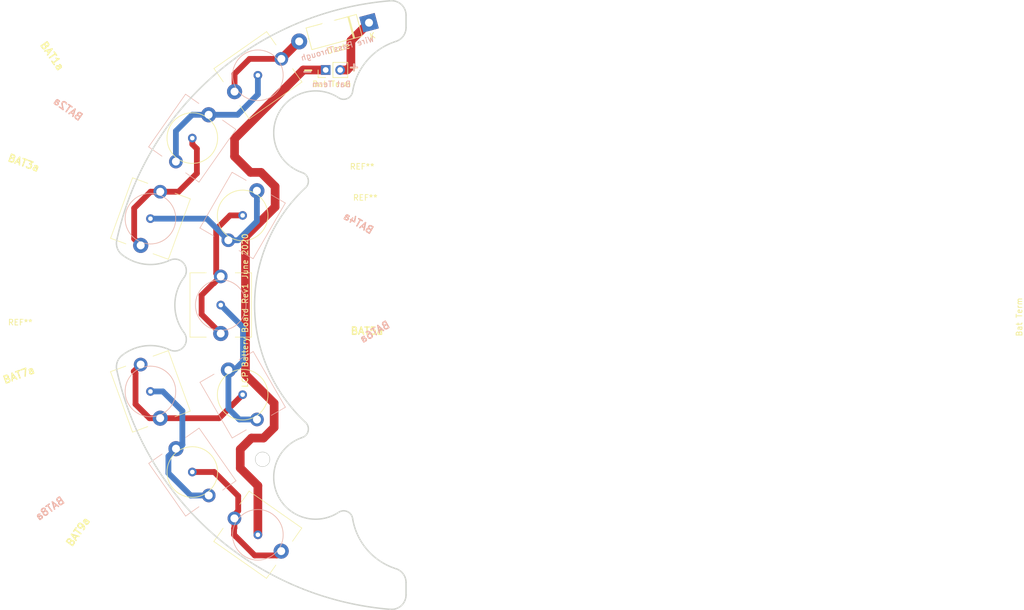
<source format=kicad_pcb>
(kicad_pcb (version 20171130) (host pcbnew "(5.1.5)-3")

  (general
    (thickness 1.6)
    (drawings 31)
    (tracks 95)
    (zones 0)
    (modules 17)
    (nets 1)
  )

  (page A4)
  (layers
    (0 F.Cu signal)
    (31 B.Cu signal)
    (32 B.Adhes user)
    (33 F.Adhes user)
    (34 B.Paste user)
    (35 F.Paste user)
    (36 B.SilkS user)
    (37 F.SilkS user)
    (38 B.Mask user)
    (39 F.Mask user)
    (40 Dwgs.User user)
    (41 Cmts.User user)
    (42 Eco1.User user)
    (43 Eco2.User user)
    (44 Edge.Cuts user)
    (45 Margin user)
    (46 B.CrtYd user)
    (47 F.CrtYd user)
    (48 B.Fab user)
    (49 F.Fab user hide)
  )

  (setup
    (last_trace_width 1.524)
    (user_trace_width 1.016)
    (user_trace_width 1.524)
    (trace_clearance 0.2)
    (zone_clearance 0.508)
    (zone_45_only no)
    (trace_min 0.2)
    (via_size 0.8)
    (via_drill 0.4)
    (via_min_size 0.4)
    (via_min_drill 0.3)
    (uvia_size 0.3)
    (uvia_drill 0.1)
    (uvias_allowed no)
    (uvia_min_size 0.2)
    (uvia_min_drill 0.1)
    (edge_width 0.05)
    (segment_width 0.2)
    (pcb_text_width 0.3)
    (pcb_text_size 1.5 1.5)
    (mod_edge_width 0.12)
    (mod_text_size 1 1)
    (mod_text_width 0.15)
    (pad_size 1.524 1.524)
    (pad_drill 0.8001)
    (pad_to_mask_clearance 0.051)
    (solder_mask_min_width 0.25)
    (aux_axis_origin 0 0)
    (visible_elements 7FFFFFFF)
    (pcbplotparams
      (layerselection 0x010fc_ffffffff)
      (usegerberextensions false)
      (usegerberattributes false)
      (usegerberadvancedattributes false)
      (creategerberjobfile false)
      (excludeedgelayer true)
      (linewidth 0.100000)
      (plotframeref false)
      (viasonmask false)
      (mode 1)
      (useauxorigin false)
      (hpglpennumber 1)
      (hpglpenspeed 20)
      (hpglpendiameter 15.000000)
      (psnegative false)
      (psa4output false)
      (plotreference true)
      (plotvalue true)
      (plotinvisibletext false)
      (padsonsilk false)
      (subtractmaskfromsilk false)
      (outputformat 1)
      (mirror false)
      (drillshape 0)
      (scaleselection 1)
      (outputdirectory "./"))
  )

  (net 0 "")

  (net_class Default "This is the default net class."
    (clearance 0.2)
    (trace_width 0.25)
    (via_dia 0.8)
    (via_drill 0.4)
    (uvia_dia 0.3)
    (uvia_drill 0.1)
  )

  (module "" (layer F.Cu) (tedit 0) (tstamp 0)
    (at 121.2342 50.3174)
    (fp_text reference "" (at 120.4722 41.09974) (layer F.SilkS)
      (effects (font (size 1.27 1.27) (thickness 0.15)))
    )
    (fp_text value "" (at 120.4722 41.09974) (layer F.SilkS)
      (effects (font (size 1.27 1.27) (thickness 0.15)))
    )
    (fp_text user "Bat Term" (at 120.15724 40.98544 90) (layer F.SilkS)
      (effects (font (size 1 1) (thickness 0.15)))
    )
  )

  (module MountingHole:MountingHole_4mm (layer F.Cu) (tedit 5EF50CF8) (tstamp 5EF51344)
    (at 120.4722 41.09974)
    (descr "Mounting Hole 4mm, no annular")
    (tags "mounting hole 4mm no annular")
    (attr virtual)
    (fp_text reference "Wire PassThrough" (at 1.17094 3.01498 15) (layer B.SilkS)
      (effects (font (size 1 1) (thickness 0.15)) (justify mirror))
    )
    (fp_text value MountingHole_4mm (at 0 5) (layer F.Fab)
      (effects (font (size 1 1) (thickness 0.15)))
    )
    (fp_circle (center 0 0) (end 2.54 0) (layer F.CrtYd) (width 0.05))
    (fp_circle (center 0 0) (end 2.54 0) (layer Cmts.User) (width 0.15))
    (fp_text user %R (at 0.3 0) (layer F.Fab)
      (effects (font (size 1 1) (thickness 0.15)))
    )
    (pad "" np_thru_hole circle (at 0 0) (size 4 4) (drill 4) (layers *.Cu *.Mask))
  )

  (module Connector_PinHeader_2.54mm:PinHeader_1x02_P2.54mm_Vertical (layer F.Cu) (tedit 59FED5CC) (tstamp 5EF5080B)
    (at 119.56542 47.91202 90)
    (descr "Through hole straight pin header, 1x02, 2.54mm pitch, single row")
    (tags "Through hole pin header THT 1x02 2.54mm single row")
    (fp_text reference "Bat Term" (at -2.45618 1.07442 180) (layer F.SilkS)
      (effects (font (size 1 1) (thickness 0.15)))
    )
    (fp_text value PinHeader_1x02_P2.54mm_Vertical (at 0 4.87 90) (layer F.Fab)
      (effects (font (size 1 1) (thickness 0.15)))
    )
    (fp_text user %R (at 3.47472 1.47828) (layer F.Fab)
      (effects (font (size 1 1) (thickness 0.15)))
    )
    (fp_line (start 1.8 -1.8) (end -1.8 -1.8) (layer F.CrtYd) (width 0.05))
    (fp_line (start 1.8 4.35) (end 1.8 -1.8) (layer F.CrtYd) (width 0.05))
    (fp_line (start -1.8 4.35) (end 1.8 4.35) (layer F.CrtYd) (width 0.05))
    (fp_line (start -1.8 -1.8) (end -1.8 4.35) (layer F.CrtYd) (width 0.05))
    (fp_line (start -1.33 -1.33) (end 0 -1.33) (layer F.SilkS) (width 0.12))
    (fp_line (start -1.33 0) (end -1.33 -1.33) (layer F.SilkS) (width 0.12))
    (fp_line (start -1.33 1.27) (end 1.33 1.27) (layer F.SilkS) (width 0.12))
    (fp_line (start 1.33 1.27) (end 1.33 3.87) (layer F.SilkS) (width 0.12))
    (fp_line (start -1.33 1.27) (end -1.33 3.87) (layer F.SilkS) (width 0.12))
    (fp_line (start -1.33 3.87) (end 1.33 3.87) (layer F.SilkS) (width 0.12))
    (fp_line (start -1.27 -0.635) (end -0.635 -1.27) (layer F.Fab) (width 0.1))
    (fp_line (start -1.27 3.81) (end -1.27 -0.635) (layer F.Fab) (width 0.1))
    (fp_line (start 1.27 3.81) (end -1.27 3.81) (layer F.Fab) (width 0.1))
    (fp_line (start 1.27 -1.27) (end 1.27 3.81) (layer F.Fab) (width 0.1))
    (fp_line (start -0.635 -1.27) (end 1.27 -1.27) (layer F.Fab) (width 0.1))
    (pad 2 thru_hole oval (at 0 2.54 90) (size 1.7 1.7) (drill 1) (layers *.Cu *.Mask))
    (pad 1 thru_hole rect (at 0 0 90) (size 1.7 1.7) (drill 1) (layers *.Cu *.Mask))
    (model ${KISYS3DMOD}/Connector_PinHeader_2.54mm.3dshapes/PinHeader_1x02_P2.54mm_Vertical.wrl
      (at (xyz 0 0 0))
      (scale (xyz 1 1 1))
      (rotate (xyz 0 0 0))
    )
  )

  (module Battery:Keystone5224-240 (layer F.Cu) (tedit 5EF0F02C) (tstamp 5EF15B37)
    (at 101.133186 89.199606)
    (descr 5224-2)
    (tags "Undefined or Miscellaneous")
    (fp_text reference BAT5a (at 25.691554 4.554334 -180) (layer F.SilkS)
      (effects (font (size 1.27 1.27) (thickness 0.254)))
    )
    (fp_text value Keystone5224-240 (at 25.541694 -0.406286 -180) (layer F.SilkS) hide
      (effects (font (size 1.27 1.27) (thickness 0.254)))
    )
    (fp_line (start 5.4 5.635) (end 2.54 5.635) (layer F.SilkS) (width 0.1))
    (fp_line (start 5.4 -5.665) (end 5.4 5.635) (layer F.SilkS) (width 0.1))
    (fp_line (start 2.54 -5.665) (end 5.4 -5.665) (layer F.SilkS) (width 0.1))
    (fp_line (start -5.4 5.635) (end -2.54 5.635) (layer F.SilkS) (width 0.1))
    (fp_line (start -5.4 -5.665) (end -5.4 5.635) (layer F.SilkS) (width 0.1))
    (fp_line (start -2.54 -5.665) (end -5.4 -5.665) (layer F.SilkS) (width 0.1))
    (fp_line (start -5.4 5.635) (end -5.4 -5.665) (layer F.Fab) (width 0.2))
    (fp_line (start 5.4 5.635) (end -5.4 5.635) (layer F.Fab) (width 0.2))
    (fp_line (start 5.4 -5.665) (end 5.4 5.635) (layer F.Fab) (width 0.2))
    (fp_line (start -5.4 -5.665) (end 5.4 -5.665) (layer F.Fab) (width 0.2))
    (fp_text user %R (at 0 0.049 -180) (layer F.Fab)
      (effects (font (size 1.27 1.27) (thickness 0.254)))
    )
    (fp_circle (center 0 0) (end 4.445 0) (layer B.SilkS) (width 0.12))
    (pad 2 thru_hole circle (at 0 -5.03) (size 2.4 2.4) (drill 1.397) (layers *.Cu *.Mask))
    (pad 1 thru_hole circle (at 0 5) (size 2.655001 2.655001) (drill 1.397) (layers *.Cu *.Mask))
    (pad 3 thru_hole circle (at 0 0) (size 1.524 1.524) (drill 0.8001) (layers *.Cu *.Mask))
    (model C:/Users/Alex/Downloads/LIB_GET/5224/3D/5224.stp
      (offset (xyz 0 -5.0038 0))
      (scale (xyz 1 1 1))
      (rotate (xyz 0 0 0))
    )
    (model C:/Users/Alex/Downloads/LIB_240/240/3D/240.stp
      (offset (xyz 0 0 -1.778))
      (scale (xyz 1 1 1))
      (rotate (xyz 0 180 0))
    )
  )

  (module Diode_THT:D_5W_P12.70mm_Horizontal (layer F.Cu) (tedit 5AE50CD5) (tstamp 5EF50FBB)
    (at 127.17526 39.60622 195)
    (descr "Diode, 5W series, Axial, Horizontal, pin pitch=12.7mm, , length*diameter=8.9*3.7mm^2, , http://www.diodes.com/_files/packages/8686949.gif")
    (tags "Diode 5W series Axial Horizontal pin pitch 12.7mm  length 8.9mm diameter 3.7mm")
    (fp_text reference Diode (at 6.35 -2.97 15) (layer F.SilkS)
      (effects (font (size 1 1) (thickness 0.15)))
    )
    (fp_text value D_5W_P12.70mm_Horizontal (at 6.35 2.97 15) (layer F.Fab)
      (effects (font (size 1 1) (thickness 0.15)))
    )
    (fp_text user K (at 0 -2.4 15) (layer F.SilkS)
      (effects (font (size 1 1) (thickness 0.15)))
    )
    (fp_text user K (at 0 -2.4 15) (layer F.Fab)
      (effects (font (size 1 1) (thickness 0.15)))
    )
    (fp_text user %R (at 7.0175 0 15) (layer F.Fab)
      (effects (font (size 1 1) (thickness 0.15)))
    )
    (fp_line (start 14.35 -2.1) (end -1.65 -2.1) (layer F.CrtYd) (width 0.05))
    (fp_line (start 14.35 2.1) (end 14.35 -2.1) (layer F.CrtYd) (width 0.05))
    (fp_line (start -1.65 2.1) (end 14.35 2.1) (layer F.CrtYd) (width 0.05))
    (fp_line (start -1.65 -2.1) (end -1.65 2.1) (layer F.CrtYd) (width 0.05))
    (fp_line (start 3.115 -1.97) (end 3.115 1.97) (layer F.SilkS) (width 0.12))
    (fp_line (start 3.355 -1.97) (end 3.355 1.97) (layer F.SilkS) (width 0.12))
    (fp_line (start 3.235 -1.97) (end 3.235 1.97) (layer F.SilkS) (width 0.12))
    (fp_line (start 11.06 0) (end 10.92 0) (layer F.SilkS) (width 0.12))
    (fp_line (start 1.64 0) (end 1.78 0) (layer F.SilkS) (width 0.12))
    (fp_line (start 10.92 -1.97) (end 1.78 -1.97) (layer F.SilkS) (width 0.12))
    (fp_line (start 10.92 1.97) (end 10.92 -1.97) (layer F.SilkS) (width 0.12))
    (fp_line (start 1.78 1.97) (end 10.92 1.97) (layer F.SilkS) (width 0.12))
    (fp_line (start 1.78 -1.97) (end 1.78 1.97) (layer F.SilkS) (width 0.12))
    (fp_line (start 3.135 -1.85) (end 3.135 1.85) (layer F.Fab) (width 0.1))
    (fp_line (start 3.335 -1.85) (end 3.335 1.85) (layer F.Fab) (width 0.1))
    (fp_line (start 3.235 -1.85) (end 3.235 1.85) (layer F.Fab) (width 0.1))
    (fp_line (start 12.7 0) (end 10.8 0) (layer F.Fab) (width 0.1))
    (fp_line (start 0 0) (end 1.9 0) (layer F.Fab) (width 0.1))
    (fp_line (start 10.8 -1.85) (end 1.9 -1.85) (layer F.Fab) (width 0.1))
    (fp_line (start 10.8 1.85) (end 10.8 -1.85) (layer F.Fab) (width 0.1))
    (fp_line (start 1.9 1.85) (end 10.8 1.85) (layer F.Fab) (width 0.1))
    (fp_line (start 1.9 -1.85) (end 1.9 1.85) (layer F.Fab) (width 0.1))
    (pad 2 thru_hole oval (at 12.7 0 195) (size 2.8 2.8) (drill 1.4) (layers *.Cu *.Mask))
    (pad 1 thru_hole rect (at 0 0 195) (size 2.8 2.8) (drill 1.4) (layers *.Cu *.Mask))
    (model ${KISYS3DMOD}/Diode_THT.3dshapes/D_5W_P12.70mm_Horizontal.wrl
      (at (xyz 0 0 0))
      (scale (xyz 1 1 1))
      (rotate (xyz 0 0 0))
    )
  )

  (module MountingHole:MountingHole_47.5mil (layer F.Cu) (tedit 5EE26751) (tstamp 5EF4DD95)
    (at 108.475953 116.291803)
    (descr "Mounting Hole 4.3mm, no annular, M4")
    (tags "mounting hole 4.3mm no annular m4")
    (attr virtual)
    (fp_text reference REF** (at -30.279513 20.936777) (layer F.SilkS) hide
      (effects (font (size 1 1) (thickness 0.15)))
    )
    (fp_text value MountingHole_47.5mil (at 0 3.5) (layer F.Fab)
      (effects (font (size 1 1) (thickness 0.15)))
    )
    (fp_text user %R (at 0.3 0) (layer F.Fab)
      (effects (font (size 1 1) (thickness 0.15)))
    )
    (fp_circle (center 0 0) (end 2.54 0) (layer Cmts.User) (width 0.15))
    (fp_circle (center 0 0) (end 2.54 0) (layer F.CrtYd) (width 0.05))
    (pad "" np_thru_hole circle (at 0 0) (size 2.413 2.413) (drill 2.413) (layers *.Cu *.Mask))
  )

  (module MountingHole:MountingHole_47.5mil (layer F.Cu) (tedit 5EE26751) (tstamp 5EF4DD95)
    (at 97.096838 98.527587)
    (descr "Mounting Hole 4.3mm, no annular, M4")
    (tags "mounting hole 4.3mm no annular m4")
    (attr virtual)
    (fp_text reference REF** (at -31.171138 -6.277327) (layer F.SilkS)
      (effects (font (size 1 1) (thickness 0.15)))
    )
    (fp_text value MountingHole_47.5mil (at 0 3.5) (layer F.Fab)
      (effects (font (size 1 1) (thickness 0.15)))
    )
    (fp_text user %R (at 0.3 0) (layer F.Fab)
      (effects (font (size 1 1) (thickness 0.15)))
    )
    (fp_circle (center 0 0) (end 2.54 0) (layer Cmts.User) (width 0.15))
    (fp_circle (center 0 0) (end 2.54 0) (layer F.CrtYd) (width 0.05))
    (pad "" np_thru_hole circle (at 0 0) (size 2.413 2.413) (drill 2.413) (layers *.Cu *.Mask))
  )

  (module MountingHole:MountingHole_47.5mil (layer F.Cu) (tedit 5EE26751) (tstamp 5EF4DD95)
    (at 97.096838 79.871625)
    (descr "Mounting Hole 4.3mm, no annular, M4")
    (tags "mounting hole 4.3mm no annular m4")
    (attr virtual)
    (fp_text reference REF** (at 29.428182 -9.523785) (layer F.SilkS)
      (effects (font (size 1 1) (thickness 0.15)))
    )
    (fp_text value MountingHole_47.5mil (at 0 3.5) (layer F.Fab)
      (effects (font (size 1 1) (thickness 0.15)))
    )
    (fp_text user %R (at 0.3 0) (layer F.Fab)
      (effects (font (size 1 1) (thickness 0.15)))
    )
    (fp_circle (center 0 0) (end 2.54 0) (layer Cmts.User) (width 0.15))
    (fp_circle (center 0 0) (end 2.54 0) (layer F.CrtYd) (width 0.05))
    (pad "" np_thru_hole circle (at 0 0) (size 2.413 2.413) (drill 2.413) (layers *.Cu *.Mask))
  )

  (module MountingHole:MountingHole_47.5mil (layer F.Cu) (tedit 5EE26751) (tstamp 5EF4DCF3)
    (at 108.475953 62.107409)
    (descr "Mounting Hole 4.3mm, no annular, M4")
    (tags "mounting hole 4.3mm no annular m4")
    (attr virtual)
    (fp_text reference REF** (at 17.495347 2.776891) (layer F.SilkS)
      (effects (font (size 1 1) (thickness 0.15)))
    )
    (fp_text value MountingHole_47.5mil (at 0 3.5) (layer F.Fab)
      (effects (font (size 1 1) (thickness 0.15)))
    )
    (fp_circle (center 0 0) (end 2.54 0) (layer F.CrtYd) (width 0.05))
    (fp_circle (center 0 0) (end 2.54 0) (layer Cmts.User) (width 0.15))
    (fp_text user %R (at 0.3 0) (layer F.Fab)
      (effects (font (size 1 1) (thickness 0.15)))
    )
    (pad "" np_thru_hole circle (at 0 0) (size 2.413 2.413) (drill 2.413) (layers *.Cu *.Mask))
  )

  (module Battery:Keystone5224-240 (layer F.Cu) (tedit 5EF50EC9) (tstamp 5EF5153F)
    (at 107.654426 129.553147 55)
    (descr 5224-2)
    (tags "Undefined or Miscellaneous")
    (fp_text reference BAT9a (at -17.67477 -26.168493 -125) (layer F.SilkS)
      (effects (font (size 1.27 1.27) (thickness 0.254)))
    )
    (fp_text value Keystone5224-240 (at -19.261236 0.536097 -125) (layer F.SilkS) hide
      (effects (font (size 1.27 1.27) (thickness 0.254)))
    )
    (fp_line (start 5.4 5.635) (end 2.54 5.635) (layer F.SilkS) (width 0.1))
    (fp_line (start 5.4 -5.665) (end 5.4 5.635) (layer F.SilkS) (width 0.1))
    (fp_line (start 2.54 -5.665) (end 5.4 -5.665) (layer F.SilkS) (width 0.1))
    (fp_line (start -5.4 5.635) (end -2.54 5.635) (layer F.SilkS) (width 0.1))
    (fp_line (start -5.4 -5.665) (end -5.4 5.635) (layer F.SilkS) (width 0.1))
    (fp_line (start -2.54 -5.665) (end -5.4 -5.665) (layer F.SilkS) (width 0.1))
    (fp_line (start -5.4 5.635) (end -5.4 -5.665) (layer F.Fab) (width 0.2))
    (fp_line (start 5.4 5.635) (end -5.4 5.635) (layer F.Fab) (width 0.2))
    (fp_line (start 5.4 -5.665) (end 5.4 5.635) (layer F.Fab) (width 0.2))
    (fp_line (start -5.4 -5.665) (end 5.4 -5.665) (layer F.Fab) (width 0.2))
    (fp_text user %R (at 0 0.049 -125) (layer F.Fab)
      (effects (font (size 1.27 1.27) (thickness 0.254)))
    )
    (fp_circle (center 0 0) (end 4.445 0) (layer B.SilkS) (width 0.12))
    (pad 2 thru_hole circle (at 0 -5.03 55) (size 2.4 2.4) (drill 1.397) (layers *.Cu *.Mask))
    (pad 1 thru_hole circle (at 0 5 55) (size 2.655001 2.655001) (drill 1.397) (layers *.Cu *.Mask))
    (pad 3 thru_hole circle (at 0 0 55) (size 1.524 1.524) (drill 0.8001) (layers *.Cu *.Mask))
    (model C:/Users/Alex/Downloads/LIB_GET/5224/3D/5224.stp
      (offset (xyz 0 -5.0038 0))
      (scale (xyz 1 1 1))
      (rotate (xyz 0 0 0))
    )
    (model C:/Users/Alex/Downloads/LIB_240/240/3D/240.stp
      (offset (xyz 0 0 -1.778))
      (scale (xyz 1 1 1))
      (rotate (xyz 0 180 0))
    )
  )

  (module Battery:Keystone5224-240 (layer B.Cu) (tedit 5EF0F02C) (tstamp 5EF15B37)
    (at 96.139 118.52402 35)
    (descr 5224-2)
    (tags "Undefined or Miscellaneous")
    (fp_text reference BAT8a (at -24.168627 -9.102919 35) (layer B.SilkS)
      (effects (font (size 1.27 1.27) (thickness 0.254)) (justify mirror))
    )
    (fp_text value Keystone5224-240 (at -21.105683 0.334782 35) (layer B.SilkS) hide
      (effects (font (size 1.27 1.27) (thickness 0.254)) (justify mirror))
    )
    (fp_line (start 5.4 -5.635) (end 2.54 -5.635) (layer B.SilkS) (width 0.1))
    (fp_line (start 5.4 5.665) (end 5.4 -5.635) (layer B.SilkS) (width 0.1))
    (fp_line (start 2.54 5.665) (end 5.4 5.665) (layer B.SilkS) (width 0.1))
    (fp_line (start -5.4 -5.635) (end -2.54 -5.635) (layer B.SilkS) (width 0.1))
    (fp_line (start -5.4 5.665) (end -5.4 -5.635) (layer B.SilkS) (width 0.1))
    (fp_line (start -2.54 5.665) (end -5.4 5.665) (layer B.SilkS) (width 0.1))
    (fp_line (start -5.4 -5.635) (end -5.4 5.665) (layer B.Fab) (width 0.2))
    (fp_line (start 5.4 -5.635) (end -5.4 -5.635) (layer B.Fab) (width 0.2))
    (fp_line (start 5.4 5.665) (end 5.4 -5.635) (layer B.Fab) (width 0.2))
    (fp_line (start -5.4 5.665) (end 5.4 5.665) (layer B.Fab) (width 0.2))
    (fp_text user %R (at -26.403107 -5.650477 35) (layer B.Fab)
      (effects (font (size 1.27 1.27) (thickness 0.254)) (justify mirror))
    )
    (fp_circle (center 0 0) (end 4.445 0) (layer F.SilkS) (width 0.12))
    (pad 2 thru_hole circle (at 0 5.03 35) (size 2.4 2.4) (drill 1.397) (layers *.Cu *.Mask))
    (pad 1 thru_hole circle (at 0 -5 35) (size 2.655001 2.655001) (drill 1.397) (layers *.Cu *.Mask))
    (pad 3 thru_hole circle (at 0 0 35) (size 1.524 1.524) (drill 0.8001) (layers *.Cu *.Mask))
    (model C:/Users/Alex/Downloads/LIB_GET/5224/3D/5224.stp
      (offset (xyz 0 -5.0038 0))
      (scale (xyz 1 1 1))
      (rotate (xyz 0 0 0))
    )
    (model C:/Users/Alex/Downloads/LIB_240/240/3D/240.stp
      (offset (xyz 0 0 -1.778))
      (scale (xyz 1 1 1))
      (rotate (xyz 0 180 0))
    )
  )

  (module Battery:Keystone5224-240 (layer F.Cu) (tedit 5EF0F02C) (tstamp 5EF15B37)
    (at 88.784459 104.376321 20)
    (descr 5224-2)
    (tags "Undefined or Miscellaneous")
    (fp_text reference BAT7a (at -20.721121 -10.631521 -160) (layer F.SilkS)
      (effects (font (size 1.27 1.27) (thickness 0.254)))
    )
    (fp_text value Keystone5224-240 (at -19.344326 3.000822 -160) (layer F.SilkS) hide
      (effects (font (size 1.27 1.27) (thickness 0.254)))
    )
    (fp_line (start 5.4 5.635) (end 2.54 5.635) (layer F.SilkS) (width 0.1))
    (fp_line (start 5.4 -5.665) (end 5.4 5.635) (layer F.SilkS) (width 0.1))
    (fp_line (start 2.54 -5.665) (end 5.4 -5.665) (layer F.SilkS) (width 0.1))
    (fp_line (start -5.4 5.635) (end -2.54 5.635) (layer F.SilkS) (width 0.1))
    (fp_line (start -5.4 -5.665) (end -5.4 5.635) (layer F.SilkS) (width 0.1))
    (fp_line (start -2.54 -5.665) (end -5.4 -5.665) (layer F.SilkS) (width 0.1))
    (fp_line (start -5.4 5.635) (end -5.4 -5.665) (layer F.Fab) (width 0.2))
    (fp_line (start 5.4 5.635) (end -5.4 5.635) (layer F.Fab) (width 0.2))
    (fp_line (start 5.4 -5.665) (end 5.4 5.635) (layer F.Fab) (width 0.2))
    (fp_line (start -5.4 -5.665) (end 5.4 -5.665) (layer F.Fab) (width 0.2))
    (fp_text user %R (at 0 0.049 -160) (layer F.Fab)
      (effects (font (size 1.27 1.27) (thickness 0.254)))
    )
    (fp_circle (center 0 0) (end 4.445 0) (layer B.SilkS) (width 0.12))
    (pad 2 thru_hole circle (at 0 -5.03 20) (size 2.4 2.4) (drill 1.397) (layers *.Cu *.Mask))
    (pad 1 thru_hole circle (at 0 5 20) (size 2.655001 2.655001) (drill 1.397) (layers *.Cu *.Mask))
    (pad 3 thru_hole circle (at 0 0 20) (size 1.524 1.524) (drill 0.8001) (layers *.Cu *.Mask))
    (model C:/Users/Alex/Downloads/LIB_GET/5224/3D/5224.stp
      (offset (xyz 0 -5.0038 0))
      (scale (xyz 1 1 1))
      (rotate (xyz 0 0 0))
    )
    (model C:/Users/Alex/Downloads/LIB_240/240/3D/240.stp
      (offset (xyz 0 0 -1.778))
      (scale (xyz 1 1 1))
      (rotate (xyz 0 180 0))
    )
  )

  (module Battery:Keystone5224-240 (layer B.Cu) (tedit 5EF0F02C) (tstamp 5EF15B37)
    (at 104.980637 104.94234 30)
    (descr 5224-2)
    (tags "Undefined or Miscellaneous")
    (fp_text reference BAT6a (at 25.607991 2.041505 30) (layer B.SilkS)
      (effects (font (size 1.27 1.27) (thickness 0.254)) (justify mirror))
    )
    (fp_text value Keystone5224-240 (at 24.895773 1.166902 30) (layer B.SilkS) hide
      (effects (font (size 1.27 1.27) (thickness 0.254)) (justify mirror))
    )
    (fp_line (start 5.4 -5.635) (end 2.54 -5.635) (layer B.SilkS) (width 0.1))
    (fp_line (start 5.4 5.665) (end 5.4 -5.635) (layer B.SilkS) (width 0.1))
    (fp_line (start 2.54 5.665) (end 5.4 5.665) (layer B.SilkS) (width 0.1))
    (fp_line (start -5.4 -5.635) (end -2.54 -5.635) (layer B.SilkS) (width 0.1))
    (fp_line (start -5.4 5.665) (end -5.4 -5.635) (layer B.SilkS) (width 0.1))
    (fp_line (start -2.54 5.665) (end -5.4 5.665) (layer B.SilkS) (width 0.1))
    (fp_line (start -5.4 -5.635) (end -5.4 5.665) (layer B.Fab) (width 0.2))
    (fp_line (start 5.4 -5.635) (end -5.4 -5.635) (layer B.Fab) (width 0.2))
    (fp_line (start 5.4 5.665) (end 5.4 -5.635) (layer B.Fab) (width 0.2))
    (fp_line (start -5.4 5.665) (end 5.4 5.665) (layer B.Fab) (width 0.2))
    (fp_text user %R (at 23.192905 7.184677 30) (layer B.Fab)
      (effects (font (size 1.27 1.27) (thickness 0.254)) (justify mirror))
    )
    (fp_circle (center 0 0) (end 4.445 0) (layer F.SilkS) (width 0.12))
    (pad 2 thru_hole circle (at 0 5.03 30) (size 2.4 2.4) (drill 1.397) (layers *.Cu *.Mask))
    (pad 1 thru_hole circle (at 0 -5 30) (size 2.655001 2.655001) (drill 1.397) (layers *.Cu *.Mask))
    (pad 3 thru_hole circle (at 0 0 30) (size 1.524 1.524) (drill 0.8001) (layers *.Cu *.Mask))
    (model C:/Users/Alex/Downloads/LIB_GET/5224/3D/5224.stp
      (offset (xyz 0 -5.0038 0))
      (scale (xyz 1 1 1))
      (rotate (xyz 0 0 0))
    )
    (model C:/Users/Alex/Downloads/LIB_240/240/3D/240.stp
      (offset (xyz 0 0 -1.778))
      (scale (xyz 1 1 1))
      (rotate (xyz 0 180 0))
    )
  )

  (module Battery:Keystone5224-240 (layer B.Cu) (tedit 5EF0F02C) (tstamp 5EF15B37)
    (at 104.980637 73.456872 330)
    (descr 5224-2)
    (tags "Undefined or Miscellaneous")
    (fp_text reference BAT4a (at 18.290927 -9.000031 150) (layer B.SilkS)
      (effects (font (size 1.27 1.27) (thickness 0.254)) (justify mirror))
    )
    (fp_text value Keystone5224-240 (at 21.091403 -1.645025 150) (layer B.SilkS) hide
      (effects (font (size 1.27 1.27) (thickness 0.254)) (justify mirror))
    )
    (fp_line (start 5.4 -5.635) (end 2.54 -5.635) (layer B.SilkS) (width 0.1))
    (fp_line (start 5.4 5.665) (end 5.4 -5.635) (layer B.SilkS) (width 0.1))
    (fp_line (start 2.54 5.665) (end 5.4 5.665) (layer B.SilkS) (width 0.1))
    (fp_line (start -5.4 -5.635) (end -2.54 -5.635) (layer B.SilkS) (width 0.1))
    (fp_line (start -5.4 5.665) (end -5.4 -5.635) (layer B.SilkS) (width 0.1))
    (fp_line (start -2.54 5.665) (end -5.4 5.665) (layer B.SilkS) (width 0.1))
    (fp_line (start -5.4 -5.635) (end -5.4 5.665) (layer B.Fab) (width 0.2))
    (fp_line (start 5.4 -5.635) (end -5.4 -5.635) (layer B.Fab) (width 0.2))
    (fp_line (start 5.4 5.665) (end 5.4 -5.635) (layer B.Fab) (width 0.2))
    (fp_line (start -5.4 5.665) (end 5.4 5.665) (layer B.Fab) (width 0.2))
    (fp_text user %R (at 18.799383 -8.01776 150) (layer B.Fab)
      (effects (font (size 1.27 1.27) (thickness 0.254)) (justify mirror))
    )
    (fp_circle (center 0 0) (end 4.445 0) (layer F.SilkS) (width 0.12))
    (pad 2 thru_hole circle (at 0 5.03 330) (size 2.4 2.4) (drill 1.397) (layers *.Cu *.Mask))
    (pad 1 thru_hole circle (at 0 -5 330) (size 2.655001 2.655001) (drill 1.397) (layers *.Cu *.Mask))
    (pad 3 thru_hole circle (at 0 0 330) (size 1.524 1.524) (drill 0.8001) (layers *.Cu *.Mask))
    (model C:/Users/Alex/Downloads/LIB_GET/5224/3D/5224.stp
      (offset (xyz 0 -5.0038 0))
      (scale (xyz 1 1 1))
      (rotate (xyz 0 0 0))
    )
    (model C:/Users/Alex/Downloads/LIB_240/240/3D/240.stp
      (offset (xyz 0 0 -1.778))
      (scale (xyz 1 1 1))
      (rotate (xyz 0 180 0))
    )
  )

  (module Battery:Keystone5224-240 (layer F.Cu) (tedit 5EF0F02C) (tstamp 5EF15B37)
    (at 88.784459 74.022891 340)
    (descr 5224-2)
    (tags "Undefined or Miscellaneous")
    (fp_text reference BAT3a (at -24.252961 -1.5897 340) (layer F.SilkS)
      (effects (font (size 1.27 1.27) (thickness 0.254)))
    )
    (fp_text value Keystone5224-240 (at -28.168861 -6.778699 340) (layer F.SilkS) hide
      (effects (font (size 1.27 1.27) (thickness 0.254)))
    )
    (fp_line (start 5.4 5.635) (end 2.54 5.635) (layer F.SilkS) (width 0.1))
    (fp_line (start 5.4 -5.665) (end 5.4 5.635) (layer F.SilkS) (width 0.1))
    (fp_line (start 2.54 -5.665) (end 5.4 -5.665) (layer F.SilkS) (width 0.1))
    (fp_line (start -5.4 5.635) (end -2.54 5.635) (layer F.SilkS) (width 0.1))
    (fp_line (start -5.4 -5.665) (end -5.4 5.635) (layer F.SilkS) (width 0.1))
    (fp_line (start -2.54 -5.665) (end -5.4 -5.665) (layer F.SilkS) (width 0.1))
    (fp_line (start -5.4 5.635) (end -5.4 -5.665) (layer F.Fab) (width 0.2))
    (fp_line (start 5.4 5.635) (end -5.4 5.635) (layer F.Fab) (width 0.2))
    (fp_line (start 5.4 -5.665) (end 5.4 5.635) (layer F.Fab) (width 0.2))
    (fp_line (start -5.4 -5.665) (end 5.4 -5.665) (layer F.Fab) (width 0.2))
    (fp_text user %R (at 0 0.049 340) (layer F.Fab)
      (effects (font (size 1.27 1.27) (thickness 0.254)))
    )
    (fp_circle (center 0 0) (end 4.445 0) (layer B.SilkS) (width 0.12))
    (pad 2 thru_hole circle (at 0 -5.03 340) (size 2.4 2.4) (drill 1.397) (layers *.Cu *.Mask))
    (pad 1 thru_hole circle (at 0 5 340) (size 2.655001 2.655001) (drill 1.397) (layers *.Cu *.Mask))
    (pad 3 thru_hole circle (at 0 0 340) (size 1.524 1.524) (drill 0.8001) (layers *.Cu *.Mask))
    (model C:/Users/Alex/Downloads/LIB_GET/5224/3D/5224.stp
      (offset (xyz 0 -5.0038 0))
      (scale (xyz 1 1 1))
      (rotate (xyz 0 0 0))
    )
    (model C:/Users/Alex/Downloads/LIB_240/240/3D/240.stp
      (offset (xyz 0 0 -1.778))
      (scale (xyz 1 1 1))
      (rotate (xyz 0 180 0))
    )
  )

  (module Battery:Keystone5224-240 (layer B.Cu) (tedit 5EF0F02C) (tstamp 5EF15B37)
    (at 96.139 59.875192 325)
    (descr 5224-2)
    (tags "Undefined or Miscellaneous")
    (fp_text reference BAT2a (at -20.817188 8.331685 145) (layer B.SilkS)
      (effects (font (size 1.27 1.27) (thickness 0.254)) (justify mirror))
    )
    (fp_text value Keystone5224-240 (at -28.00651 0.947128 145) (layer B.SilkS) hide
      (effects (font (size 1.27 1.27) (thickness 0.254)) (justify mirror))
    )
    (fp_line (start 5.4 -5.635) (end 2.54 -5.635) (layer B.SilkS) (width 0.1))
    (fp_line (start 5.4 5.665) (end 5.4 -5.635) (layer B.SilkS) (width 0.1))
    (fp_line (start 2.54 5.665) (end 5.4 5.665) (layer B.SilkS) (width 0.1))
    (fp_line (start -5.4 -5.635) (end -2.54 -5.635) (layer B.SilkS) (width 0.1))
    (fp_line (start -5.4 5.665) (end -5.4 -5.635) (layer B.SilkS) (width 0.1))
    (fp_line (start -2.54 5.665) (end -5.4 5.665) (layer B.SilkS) (width 0.1))
    (fp_line (start -5.4 -5.635) (end -5.4 5.665) (layer B.Fab) (width 0.2))
    (fp_line (start 5.4 -5.635) (end -5.4 -5.635) (layer B.Fab) (width 0.2))
    (fp_line (start 5.4 5.665) (end 5.4 -5.635) (layer B.Fab) (width 0.2))
    (fp_line (start -5.4 5.665) (end 5.4 5.665) (layer B.Fab) (width 0.2))
    (fp_text user %R (at -22.54589 11.805695 145) (layer B.Fab)
      (effects (font (size 1.27 1.27) (thickness 0.254)) (justify mirror))
    )
    (fp_circle (center 0 0) (end 4.445 0) (layer F.SilkS) (width 0.12))
    (pad 2 thru_hole circle (at 0 5.03 325) (size 2.4 2.4) (drill 1.397) (layers *.Cu *.Mask))
    (pad 1 thru_hole circle (at 0 -5 325) (size 2.655001 2.655001) (drill 1.397) (layers *.Cu *.Mask))
    (pad 3 thru_hole circle (at 0 0 325) (size 1.524 1.524) (drill 0.8001) (layers *.Cu *.Mask))
    (model C:/Users/Alex/Downloads/LIB_GET/5224/3D/5224.stp
      (offset (xyz 0 -5.0038 0))
      (scale (xyz 1 1 1))
      (rotate (xyz 0 0 0))
    )
    (model C:/Users/Alex/Downloads/LIB_240/240/3D/240.stp
      (offset (xyz 0 0 -1.778))
      (scale (xyz 1 1 1))
      (rotate (xyz 0 180 0))
    )
  )

  (module Battery:Keystone5224-240 (layer F.Cu) (tedit 5EF0F02C) (tstamp 5EF15AA7)
    (at 107.654426 48.846065 305)
    (descr 5224-2)
    (tags "Undefined or Miscellaneous")
    (fp_text reference BAT1a (at -23.50845 27.649584 305) (layer F.SilkS)
      (effects (font (size 1.27 1.27) (thickness 0.254)))
    )
    (fp_text value Keystone5224-240 (at -16.909714 7.110441 305) (layer F.SilkS) hide
      (effects (font (size 1.27 1.27) (thickness 0.254)))
    )
    (fp_circle (center 0 0) (end 4.445 0) (layer B.SilkS) (width 0.12))
    (fp_text user %R (at 0 0.049 305) (layer F.Fab)
      (effects (font (size 1.27 1.27) (thickness 0.254)))
    )
    (fp_line (start -5.4 -5.665) (end 5.4 -5.665) (layer F.Fab) (width 0.2))
    (fp_line (start 5.4 -5.665) (end 5.4 5.635) (layer F.Fab) (width 0.2))
    (fp_line (start 5.4 5.635) (end -5.4 5.635) (layer F.Fab) (width 0.2))
    (fp_line (start -5.4 5.635) (end -5.4 -5.665) (layer F.Fab) (width 0.2))
    (fp_line (start -2.54 -5.665) (end -5.4 -5.665) (layer F.SilkS) (width 0.1))
    (fp_line (start -5.4 -5.665) (end -5.4 5.635) (layer F.SilkS) (width 0.1))
    (fp_line (start -5.4 5.635) (end -2.54 5.635) (layer F.SilkS) (width 0.1))
    (fp_line (start 2.54 -5.665) (end 5.4 -5.665) (layer F.SilkS) (width 0.1))
    (fp_line (start 5.4 -5.665) (end 5.4 5.635) (layer F.SilkS) (width 0.1))
    (fp_line (start 5.4 5.635) (end 2.54 5.635) (layer F.SilkS) (width 0.1))
    (pad 3 thru_hole circle (at 0 0 305) (size 1.524 1.524) (drill 0.8001) (layers *.Cu *.Mask))
    (pad 1 thru_hole circle (at 0 5 305) (size 2.655001 2.655001) (drill 1.397) (layers *.Cu *.Mask))
    (pad 2 thru_hole circle (at 0 -5.03 305) (size 2.4 2.4) (drill 1.397) (layers *.Cu *.Mask))
    (model C:/Users/Alex/Downloads/LIB_GET/5224/3D/5224.stp
      (offset (xyz 0 -5.0038 0))
      (scale (xyz 1 1 1))
      (rotate (xyz 0 0 0))
    )
    (model C:/Users/Alex/Downloads/LIB_240/240/3D/240.stp
      (offset (xyz 0 0 -1.778))
      (scale (xyz 1 1 1))
      (rotate (xyz 0 180 0))
    )
  )

  (gr_text "Bat Term" (at 120.55856 50.4063) (layer B.SilkS)
    (effects (font (size 1 1) (thickness 0.15)) (justify mirror))
  )
  (gr_text - (at 116.34724 48.133) (layer B.SilkS) (tstamp 5EF515D0)
    (effects (font (size 1.5 1.5) (thickness 0.3)))
  )
  (gr_text + (at 124.53366 47.33798) (layer B.SilkS) (tstamp 5EF515CA)
    (effects (font (size 1.5 1.5) (thickness 0.3)))
  )
  (gr_text "LCP Battery Board Rev1 June 2020" (at 105.41254 90.16492 90) (layer F.SilkS)
    (effects (font (size 1 1) (thickness 0.15)))
  )
  (gr_text - (at 116.48948 47.8663) (layer F.SilkS)
    (effects (font (size 1.5 1.5) (thickness 0.3)))
  )
  (gr_text + (at 124.52858 47.3964) (layer F.SilkS)
    (effects (font (size 1.5 1.5) (thickness 0.3)))
  )
  (gr_arc (start 135.264436 89.199606) (end 130.931691 35.755358) (angle -73.09671633) (layer Edge.Cuts) (width 0.254))
  (gr_arc (start 93.065001 95.247031) (end 92.206236 97.078556) (angle -151.9739674) (layer Edge.Cuts) (width 0.254))
  (gr_arc (start 135.264436 53.480856) (end 131.904843 42.888369) (angle -63.31259973) (layer Edge.Cuts) (width 0.254))
  (gr_arc (start 135.264436 89.199606) (end 116.023275 68.597548) (angle -93.91250265) (layer Edge.Cuts) (width 0.254))
  (gr_circle (center 108.475953 116.291803) (end 109.682453 116.291803) (layer Edge.Cuts) (width 0.254))
  (gr_arc (start 122.723933 126.924788) (end 124.291496 126.673984) (angle -114.3) (layer Edge.Cuts) (width 0.254))
  (gr_arc (start 93.065001 83.152181) (end 94.683647 84.36542) (angle -151.9739674) (layer Edge.Cuts) (width 0.254))
  (gr_arc (start 101.133186 89.199606) (end 94.683647 84.36542) (angle -73.70603612) (layer Edge.Cuts) (width 0.254))
  (gr_arc (start 88.784459 74.022891) (end 83.77168 80.334625) (angle -63.5775508) (layer Edge.Cuts) (width 0.254))
  (gr_arc (start 114.939717 67.437351) (end 116.023275 68.597548) (angle -118.3129136) (layer Edge.Cuts) (width 0.254))
  (gr_arc (start 85.351361 78.345603) (end 82.869368 77.805873) (angle -63.8118281) (layer Edge.Cuts) (width 0.254))
  (gr_arc (start 131.136937 40.467229) (end 131.904843 42.888369) (angle -72.40266339) (layer Edge.Cuts) (width 0.254))
  (gr_arc (start 114.939717 110.961861) (end 115.447202 112.46606) (angle -118.3129136) (layer Edge.Cuts) (width 0.254))
  (gr_arc (start 117.801936 58.953669) (end 121.851239 52.800531) (angle -194.7050695) (layer Edge.Cuts) (width 0.254) (tstamp 5EF515E4))
  (gr_arc (start 122.723933 51.474424) (end 121.851239 52.800531) (angle -114.2583435) (layer Edge.Cuts) (width 0.254))
  (gr_arc (start 117.801936 119.445543) (end 115.447202 112.46606) (angle -194.7050695) (layer Edge.Cuts) (width 0.254))
  (gr_line (start 133.676936 40.467229) (end 133.676936 38.287052) (layer Edge.Cuts) (width 0.254))
  (gr_arc (start 131.136937 38.287052) (end 133.676937 38.287052) (angle -94.63485415) (layer Edge.Cuts) (width 0.254))
  (gr_arc (start 135.264436 124.918356) (end 124.291496 126.673984) (angle -63.31259973) (layer Edge.Cuts) (width 0.254))
  (gr_arc (start 131.136937 137.931983) (end 133.676936 137.931983) (angle -72.40266339) (layer Edge.Cuts) (width 0.254))
  (gr_line (start 133.676936 140.11216) (end 133.676936 137.931983) (layer Edge.Cuts) (width 0.254))
  (gr_arc (start 131.136937 140.11216) (end 130.931691 142.643854) (angle -94.63485415) (layer Edge.Cuts) (width 0.254))
  (gr_arc (start 135.264436 89.199606) (end 82.869368 100.593339) (angle -73.09671633) (layer Edge.Cuts) (width 0.254))
  (gr_arc (start 85.351361 100.053609) (end 83.77168 98.064587) (angle -63.8118281) (layer Edge.Cuts) (width 0.254))
  (gr_arc (start 88.784459 104.376321) (end 92.206236 97.078556) (angle -63.5775508) (layer Edge.Cuts) (width 0.254))

  (segment (start 114.842515 42.893222) (end 111.774761 45.960976) (width 1.524) (layer F.Cu) (net 0))
  (segment (start 114.908002 42.893222) (end 114.842515 42.893222) (width 1.016) (layer F.Cu) (net 0))
  (segment (start 106.195184 45.960976) (end 111.774761 45.960976) (width 1.016) (layer F.Cu) (net 0))
  (segment (start 103.558666 51.713947) (end 103.558666 48.597494) (width 1.016) (layer F.Cu) (net 0))
  (segment (start 103.558666 48.597494) (end 106.195184 45.960976) (width 1.016) (layer F.Cu) (net 0))
  (segment (start 107.654426 48.846065) (end 107.654426 52.210634) (width 1.016) (layer B.Cu) (net 0))
  (segment (start 104.085628 55.779432) (end 99.006882 55.779432) (width 1.016) (layer B.Cu) (net 0))
  (segment (start 107.654426 52.210634) (end 104.085628 55.779432) (width 1.016) (layer B.Cu) (net 0))
  (segment (start 93.253911 58.638089) (end 93.253911 63.995527) (width 1.016) (layer B.Cu) (net 0))
  (segment (start 99.006882 55.779432) (end 96.112568 55.779432) (width 1.016) (layer B.Cu) (net 0))
  (segment (start 96.112568 55.779432) (end 93.253911 58.638089) (width 1.016) (layer B.Cu) (net 0))
  (segment (start 96.139 60.952822) (end 96.9391 61.752922) (width 1.016) (layer F.Cu) (net 0))
  (segment (start 96.139 59.875192) (end 96.139 60.952822) (width 1.016) (layer F.Cu) (net 0))
  (segment (start 96.9391 61.752922) (end 96.9391 66.07556) (width 1.016) (layer F.Cu) (net 0))
  (segment (start 93.718423 69.296237) (end 90.50482 69.296237) (width 1.016) (layer F.Cu) (net 0))
  (segment (start 96.9391 66.07556) (end 93.718423 69.296237) (width 1.016) (layer F.Cu) (net 0))
  (segment (start 85.9282 72.175801) (end 85.9282 77.575196) (width 1.016) (layer F.Cu) (net 0))
  (segment (start 90.50482 69.296237) (end 88.807764 69.296237) (width 1.016) (layer F.Cu) (net 0))
  (segment (start 85.9282 77.575196) (end 87.074358 78.721354) (width 1.016) (layer F.Cu) (net 0))
  (segment (start 88.807764 69.296237) (end 85.9282 72.175801) (width 1.016) (layer F.Cu) (net 0))
  (segment (start 100.848193 109.074784) (end 90.49456 109.074784) (width 1.016) (layer F.Cu) (net 0))
  (segment (start 104.980637 104.94234) (end 100.848193 109.074784) (width 1.016) (layer F.Cu) (net 0))
  (segment (start 88.617192 109.074784) (end 86.16442 106.622012) (width 1.016) (layer F.Cu) (net 0))
  (segment (start 90.49456 109.074784) (end 88.617192 109.074784) (width 1.016) (layer F.Cu) (net 0))
  (segment (start 86.16442 106.622012) (end 86.16442 101.16312) (width 1.016) (layer F.Cu) (net 0))
  (segment (start 85.864099 100.849666) (end 87.064098 99.649667) (width 1.016) (layer F.Cu) (net 0))
  (segment (start 85.864099 100.862799) (end 85.864099 100.849666) (width 1.016) (layer F.Cu) (net 0))
  (segment (start 86.16442 101.16312) (end 85.864099 100.862799) (width 1.016) (layer F.Cu) (net 0))
  (segment (start 104.20096 125.35408) (end 103.534091 126.020949) (width 1.016) (layer F.Cu) (net 0))
  (segment (start 103.534091 126.020949) (end 103.534091 126.668058) (width 1.016) (layer F.Cu) (net 0))
  (segment (start 104.20096 122.73788) (end 104.20096 125.35408) (width 1.016) (layer F.Cu) (net 0))
  (segment (start 96.139 118.52402) (end 99.9871 118.52402) (width 1.016) (layer F.Cu) (net 0))
  (segment (start 99.9871 118.52402) (end 104.20096 122.73788) (width 1.016) (layer F.Cu) (net 0))
  (segment (start 110.993935 133.17728) (end 111.750186 132.421029) (width 1.016) (layer F.Cu) (net 0))
  (segment (start 103.534091 128.365114) (end 103.47452 128.424685) (width 1.016) (layer F.Cu) (net 0))
  (segment (start 103.534091 126.668058) (end 103.534091 128.365114) (width 1.016) (layer F.Cu) (net 0))
  (segment (start 107.10672 133.17728) (end 110.993935 133.17728) (width 1.016) (layer F.Cu) (net 0))
  (segment (start 103.47452 128.424685) (end 103.47452 129.54508) (width 1.016) (layer F.Cu) (net 0))
  (segment (start 103.47452 129.54508) (end 107.10672 133.17728) (width 1.016) (layer F.Cu) (net 0))
  (segment (start 98.675548 74.022891) (end 102.465637 77.81298) (width 1.016) (layer B.Cu) (net 0))
  (segment (start 88.784459 74.022891) (end 98.675548 74.022891) (width 1.016) (layer B.Cu) (net 0))
  (segment (start 107.480637 71.004113) (end 107.480637 69.126745) (width 1.016) (layer B.Cu) (net 0))
  (segment (start 107.480637 74.495036) (end 107.480637 71.004113) (width 1.016) (layer B.Cu) (net 0))
  (segment (start 104.162693 77.81298) (end 107.480637 74.495036) (width 1.016) (layer B.Cu) (net 0))
  (segment (start 102.465637 77.81298) (end 104.162693 77.81298) (width 1.016) (layer B.Cu) (net 0))
  (segment (start 101.133186 89.199606) (end 105.04424 93.11066) (width 1.016) (layer B.Cu) (net 0))
  (segment (start 105.04424 93.11066) (end 105.04424 99.11334) (width 1.016) (layer B.Cu) (net 0))
  (segment (start 103.54818 100.6094) (end 103.41102 100.6094) (width 1.016) (layer B.Cu) (net 0))
  (segment (start 105.04424 99.11334) (end 103.54818 100.6094) (width 1.016) (layer B.Cu) (net 0))
  (segment (start 103.545367 100.612213) (end 103.54818 100.6094) (width 1.016) (layer B.Cu) (net 0))
  (segment (start 102.480637 100.612213) (end 103.545367 100.612213) (width 1.016) (layer B.Cu) (net 0))
  (segment (start 102.480637 100.612213) (end 102.480637 107.381783) (width 1.016) (layer B.Cu) (net 0))
  (segment (start 104.397302 109.298448) (end 107.495637 109.298448) (width 1.016) (layer B.Cu) (net 0))
  (segment (start 102.480637 107.381783) (end 104.397302 109.298448) (width 1.016) (layer B.Cu) (net 0))
  (segment (start 94.39148 113.7539) (end 94.35084 113.79454) (width 1.016) (layer B.Cu) (net 0))
  (segment (start 94.39148 107.80014) (end 94.39148 113.7539) (width 1.016) (layer B.Cu) (net 0))
  (segment (start 88.784459 104.376321) (end 90.967661 104.376321) (width 1.016) (layer B.Cu) (net 0))
  (segment (start 90.967661 104.376321) (end 94.39148 107.80014) (width 1.016) (layer B.Cu) (net 0))
  (segment (start 93.71712 114.42826) (end 94.39148 113.7539) (width 1.016) (layer B.Cu) (net 0))
  (segment (start 93.271118 114.42826) (end 93.71712 114.42826) (width 1.016) (layer B.Cu) (net 0))
  (segment (start 95.854975 122.644355) (end 99.024089 122.644355) (width 1.016) (layer B.Cu) (net 0))
  (segment (start 91.943619 118.732999) (end 95.854975 122.644355) (width 1.016) (layer B.Cu) (net 0))
  (segment (start 93.271118 114.42826) (end 91.943619 115.755759) (width 1.016) (layer B.Cu) (net 0))
  (segment (start 91.943619 115.755759) (end 91.943619 118.732999) (width 1.016) (layer B.Cu) (net 0))
  (segment (start 101.133186 84.169606) (end 99.933187 85.369605) (width 1.016) (layer F.Cu) (net 0))
  (segment (start 99.933187 85.369605) (end 99.862435 85.369605) (width 1.016) (layer F.Cu) (net 0))
  (segment (start 99.862435 85.369605) (end 97.77222 87.45982) (width 1.016) (layer F.Cu) (net 0))
  (segment (start 97.77222 87.45982) (end 97.77222 90.83864) (width 1.016) (layer F.Cu) (net 0))
  (segment (start 97.77222 90.83864) (end 101.133186 94.199606) (width 1.016) (layer F.Cu) (net 0))
  (segment (start 102.765788 73.456872) (end 104.980637 73.456872) (width 1.016) (layer F.Cu) (net 0))
  (segment (start 100.33508 75.88758) (end 102.765788 73.456872) (width 1.016) (layer F.Cu) (net 0))
  (segment (start 101.133186 84.169606) (end 100.844706 84.169606) (width 1.016) (layer F.Cu) (net 0))
  (segment (start 100.844706 84.169606) (end 100.33508 83.65998) (width 1.016) (layer F.Cu) (net 0))
  (segment (start 123.99264 42.78884) (end 127.17526 39.60622) (width 1.524) (layer F.Cu) (net 0))
  (segment (start 115.64112 47.91202) (end 119.56542 47.91202) (width 1.524) (layer F.Cu) (net 0))
  (segment (start 103.558666 63.096466) (end 103.558666 59.994474) (width 1.524) (layer F.Cu) (net 0))
  (segment (start 106.35996 65.89776) (end 103.558666 63.096466) (width 1.524) (layer F.Cu) (net 0))
  (segment (start 108.19638 65.89776) (end 106.35996 65.89776) (width 1.524) (layer F.Cu) (net 0))
  (segment (start 110.68304 68.38442) (end 108.19638 65.89776) (width 1.524) (layer F.Cu) (net 0))
  (segment (start 106.53014 112.5601) (end 108.64088 112.5601) (width 1.524) (layer F.Cu) (net 0))
  (segment (start 104.5591 117.83568) (end 104.5591 114.53114) (width 1.524) (layer F.Cu) (net 0))
  (segment (start 103.558666 59.994474) (end 115.64112 47.91202) (width 1.524) (layer F.Cu) (net 0))
  (segment (start 107.654426 129.553147) (end 107.654426 120.931006) (width 1.524) (layer F.Cu) (net 0))
  (segment (start 110.51286 110.68812) (end 110.51286 106.45394) (width 1.524) (layer F.Cu) (net 0))
  (segment (start 108.64088 112.5601) (end 110.51286 110.68812) (width 1.524) (layer F.Cu) (net 0))
  (segment (start 107.654426 120.931006) (end 104.5591 117.83568) (width 1.524) (layer F.Cu) (net 0))
  (segment (start 110.51286 106.45394) (end 105.47604 101.41712) (width 1.524) (layer F.Cu) (net 0))
  (segment (start 105.47604 77.1652) (end 110.68304 71.9582) (width 1.524) (layer F.Cu) (net 0))
  (segment (start 105.47604 101.41712) (end 105.47604 77.1652) (width 1.524) (layer F.Cu) (net 0))
  (segment (start 104.5591 114.53114) (end 106.53014 112.5601) (width 1.524) (layer F.Cu) (net 0))
  (segment (start 110.68304 71.9582) (end 110.68304 68.38442) (width 1.524) (layer F.Cu) (net 0))
  (segment (start 123.307501 47.91202) (end 123.99264 47.226881) (width 1.524) (layer F.Cu) (net 0))
  (segment (start 123.99264 47.226881) (end 123.99264 42.78884) (width 1.524) (layer F.Cu) (net 0))
  (segment (start 122.10542 47.91202) (end 123.307501 47.91202) (width 1.524) (layer F.Cu) (net 0))
  (segment (start 100.33508 83.65998) (end 100.33508 75.88758) (width 1.016) (layer F.Cu) (net 0))

)

</source>
